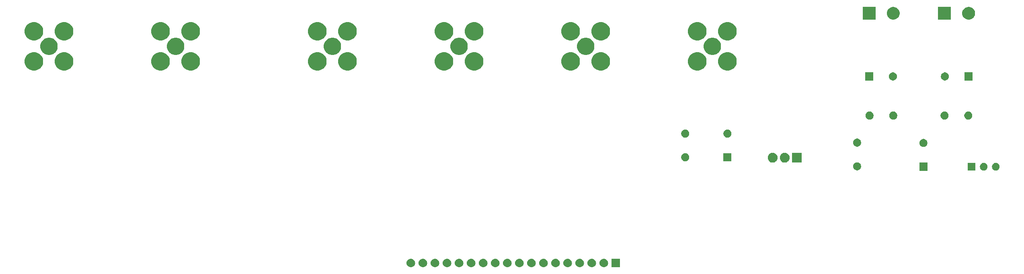
<source format=gbr>
%TF.GenerationSoftware,KiCad,Pcbnew,(5.0.1)-4*%
%TF.CreationDate,2021-03-16T16:24:39+01:00*%
%TF.ProjectId,carte_alim_signauxv2,63617274655F616C696D5F7369676E61,rev?*%
%TF.SameCoordinates,Original*%
%TF.FileFunction,Soldermask,Bot*%
%TF.FilePolarity,Negative*%
%FSLAX46Y46*%
G04 Gerber Fmt 4.6, Leading zero omitted, Abs format (unit mm)*
G04 Created by KiCad (PCBNEW (5.0.1)-4) date 16/03/2021 16:24:39*
%MOMM*%
%LPD*%
G01*
G04 APERTURE LIST*
%ADD10C,0.100000*%
G04 APERTURE END LIST*
D10*
G36*
X188860000Y-106945000D02*
X187060000Y-106945000D01*
X187060000Y-105145000D01*
X188860000Y-105145000D01*
X188860000Y-106945000D01*
X188860000Y-106945000D01*
G37*
G36*
X165276432Y-105158022D02*
X165446081Y-105209485D01*
X165602433Y-105293056D01*
X165739475Y-105405525D01*
X165851944Y-105542567D01*
X165935515Y-105698919D01*
X165986978Y-105868568D01*
X166004354Y-106045000D01*
X165986978Y-106221432D01*
X165935515Y-106391081D01*
X165851944Y-106547433D01*
X165739475Y-106684475D01*
X165602433Y-106796944D01*
X165446081Y-106880515D01*
X165276432Y-106931978D01*
X165144211Y-106945000D01*
X165055789Y-106945000D01*
X164923568Y-106931978D01*
X164753919Y-106880515D01*
X164597567Y-106796944D01*
X164460525Y-106684475D01*
X164348056Y-106547433D01*
X164264485Y-106391081D01*
X164213022Y-106221432D01*
X164195646Y-106045000D01*
X164213022Y-105868568D01*
X164264485Y-105698919D01*
X164348056Y-105542567D01*
X164460525Y-105405525D01*
X164597567Y-105293056D01*
X164753919Y-105209485D01*
X164923568Y-105158022D01*
X165055789Y-105145000D01*
X165144211Y-105145000D01*
X165276432Y-105158022D01*
X165276432Y-105158022D01*
G37*
G36*
X144956432Y-105158022D02*
X145126081Y-105209485D01*
X145282433Y-105293056D01*
X145419475Y-105405525D01*
X145531944Y-105542567D01*
X145615515Y-105698919D01*
X145666978Y-105868568D01*
X145684354Y-106045000D01*
X145666978Y-106221432D01*
X145615515Y-106391081D01*
X145531944Y-106547433D01*
X145419475Y-106684475D01*
X145282433Y-106796944D01*
X145126081Y-106880515D01*
X144956432Y-106931978D01*
X144824211Y-106945000D01*
X144735789Y-106945000D01*
X144603568Y-106931978D01*
X144433919Y-106880515D01*
X144277567Y-106796944D01*
X144140525Y-106684475D01*
X144028056Y-106547433D01*
X143944485Y-106391081D01*
X143893022Y-106221432D01*
X143875646Y-106045000D01*
X143893022Y-105868568D01*
X143944485Y-105698919D01*
X144028056Y-105542567D01*
X144140525Y-105405525D01*
X144277567Y-105293056D01*
X144433919Y-105209485D01*
X144603568Y-105158022D01*
X144735789Y-105145000D01*
X144824211Y-105145000D01*
X144956432Y-105158022D01*
X144956432Y-105158022D01*
G37*
G36*
X147496432Y-105158022D02*
X147666081Y-105209485D01*
X147822433Y-105293056D01*
X147959475Y-105405525D01*
X148071944Y-105542567D01*
X148155515Y-105698919D01*
X148206978Y-105868568D01*
X148224354Y-106045000D01*
X148206978Y-106221432D01*
X148155515Y-106391081D01*
X148071944Y-106547433D01*
X147959475Y-106684475D01*
X147822433Y-106796944D01*
X147666081Y-106880515D01*
X147496432Y-106931978D01*
X147364211Y-106945000D01*
X147275789Y-106945000D01*
X147143568Y-106931978D01*
X146973919Y-106880515D01*
X146817567Y-106796944D01*
X146680525Y-106684475D01*
X146568056Y-106547433D01*
X146484485Y-106391081D01*
X146433022Y-106221432D01*
X146415646Y-106045000D01*
X146433022Y-105868568D01*
X146484485Y-105698919D01*
X146568056Y-105542567D01*
X146680525Y-105405525D01*
X146817567Y-105293056D01*
X146973919Y-105209485D01*
X147143568Y-105158022D01*
X147275789Y-105145000D01*
X147364211Y-105145000D01*
X147496432Y-105158022D01*
X147496432Y-105158022D01*
G37*
G36*
X150036432Y-105158022D02*
X150206081Y-105209485D01*
X150362433Y-105293056D01*
X150499475Y-105405525D01*
X150611944Y-105542567D01*
X150695515Y-105698919D01*
X150746978Y-105868568D01*
X150764354Y-106045000D01*
X150746978Y-106221432D01*
X150695515Y-106391081D01*
X150611944Y-106547433D01*
X150499475Y-106684475D01*
X150362433Y-106796944D01*
X150206081Y-106880515D01*
X150036432Y-106931978D01*
X149904211Y-106945000D01*
X149815789Y-106945000D01*
X149683568Y-106931978D01*
X149513919Y-106880515D01*
X149357567Y-106796944D01*
X149220525Y-106684475D01*
X149108056Y-106547433D01*
X149024485Y-106391081D01*
X148973022Y-106221432D01*
X148955646Y-106045000D01*
X148973022Y-105868568D01*
X149024485Y-105698919D01*
X149108056Y-105542567D01*
X149220525Y-105405525D01*
X149357567Y-105293056D01*
X149513919Y-105209485D01*
X149683568Y-105158022D01*
X149815789Y-105145000D01*
X149904211Y-105145000D01*
X150036432Y-105158022D01*
X150036432Y-105158022D01*
G37*
G36*
X152576432Y-105158022D02*
X152746081Y-105209485D01*
X152902433Y-105293056D01*
X153039475Y-105405525D01*
X153151944Y-105542567D01*
X153235515Y-105698919D01*
X153286978Y-105868568D01*
X153304354Y-106045000D01*
X153286978Y-106221432D01*
X153235515Y-106391081D01*
X153151944Y-106547433D01*
X153039475Y-106684475D01*
X152902433Y-106796944D01*
X152746081Y-106880515D01*
X152576432Y-106931978D01*
X152444211Y-106945000D01*
X152355789Y-106945000D01*
X152223568Y-106931978D01*
X152053919Y-106880515D01*
X151897567Y-106796944D01*
X151760525Y-106684475D01*
X151648056Y-106547433D01*
X151564485Y-106391081D01*
X151513022Y-106221432D01*
X151495646Y-106045000D01*
X151513022Y-105868568D01*
X151564485Y-105698919D01*
X151648056Y-105542567D01*
X151760525Y-105405525D01*
X151897567Y-105293056D01*
X152053919Y-105209485D01*
X152223568Y-105158022D01*
X152355789Y-105145000D01*
X152444211Y-105145000D01*
X152576432Y-105158022D01*
X152576432Y-105158022D01*
G37*
G36*
X155116432Y-105158022D02*
X155286081Y-105209485D01*
X155442433Y-105293056D01*
X155579475Y-105405525D01*
X155691944Y-105542567D01*
X155775515Y-105698919D01*
X155826978Y-105868568D01*
X155844354Y-106045000D01*
X155826978Y-106221432D01*
X155775515Y-106391081D01*
X155691944Y-106547433D01*
X155579475Y-106684475D01*
X155442433Y-106796944D01*
X155286081Y-106880515D01*
X155116432Y-106931978D01*
X154984211Y-106945000D01*
X154895789Y-106945000D01*
X154763568Y-106931978D01*
X154593919Y-106880515D01*
X154437567Y-106796944D01*
X154300525Y-106684475D01*
X154188056Y-106547433D01*
X154104485Y-106391081D01*
X154053022Y-106221432D01*
X154035646Y-106045000D01*
X154053022Y-105868568D01*
X154104485Y-105698919D01*
X154188056Y-105542567D01*
X154300525Y-105405525D01*
X154437567Y-105293056D01*
X154593919Y-105209485D01*
X154763568Y-105158022D01*
X154895789Y-105145000D01*
X154984211Y-105145000D01*
X155116432Y-105158022D01*
X155116432Y-105158022D01*
G37*
G36*
X157656432Y-105158022D02*
X157826081Y-105209485D01*
X157982433Y-105293056D01*
X158119475Y-105405525D01*
X158231944Y-105542567D01*
X158315515Y-105698919D01*
X158366978Y-105868568D01*
X158384354Y-106045000D01*
X158366978Y-106221432D01*
X158315515Y-106391081D01*
X158231944Y-106547433D01*
X158119475Y-106684475D01*
X157982433Y-106796944D01*
X157826081Y-106880515D01*
X157656432Y-106931978D01*
X157524211Y-106945000D01*
X157435789Y-106945000D01*
X157303568Y-106931978D01*
X157133919Y-106880515D01*
X156977567Y-106796944D01*
X156840525Y-106684475D01*
X156728056Y-106547433D01*
X156644485Y-106391081D01*
X156593022Y-106221432D01*
X156575646Y-106045000D01*
X156593022Y-105868568D01*
X156644485Y-105698919D01*
X156728056Y-105542567D01*
X156840525Y-105405525D01*
X156977567Y-105293056D01*
X157133919Y-105209485D01*
X157303568Y-105158022D01*
X157435789Y-105145000D01*
X157524211Y-105145000D01*
X157656432Y-105158022D01*
X157656432Y-105158022D01*
G37*
G36*
X160196432Y-105158022D02*
X160366081Y-105209485D01*
X160522433Y-105293056D01*
X160659475Y-105405525D01*
X160771944Y-105542567D01*
X160855515Y-105698919D01*
X160906978Y-105868568D01*
X160924354Y-106045000D01*
X160906978Y-106221432D01*
X160855515Y-106391081D01*
X160771944Y-106547433D01*
X160659475Y-106684475D01*
X160522433Y-106796944D01*
X160366081Y-106880515D01*
X160196432Y-106931978D01*
X160064211Y-106945000D01*
X159975789Y-106945000D01*
X159843568Y-106931978D01*
X159673919Y-106880515D01*
X159517567Y-106796944D01*
X159380525Y-106684475D01*
X159268056Y-106547433D01*
X159184485Y-106391081D01*
X159133022Y-106221432D01*
X159115646Y-106045000D01*
X159133022Y-105868568D01*
X159184485Y-105698919D01*
X159268056Y-105542567D01*
X159380525Y-105405525D01*
X159517567Y-105293056D01*
X159673919Y-105209485D01*
X159843568Y-105158022D01*
X159975789Y-105145000D01*
X160064211Y-105145000D01*
X160196432Y-105158022D01*
X160196432Y-105158022D01*
G37*
G36*
X162736432Y-105158022D02*
X162906081Y-105209485D01*
X163062433Y-105293056D01*
X163199475Y-105405525D01*
X163311944Y-105542567D01*
X163395515Y-105698919D01*
X163446978Y-105868568D01*
X163464354Y-106045000D01*
X163446978Y-106221432D01*
X163395515Y-106391081D01*
X163311944Y-106547433D01*
X163199475Y-106684475D01*
X163062433Y-106796944D01*
X162906081Y-106880515D01*
X162736432Y-106931978D01*
X162604211Y-106945000D01*
X162515789Y-106945000D01*
X162383568Y-106931978D01*
X162213919Y-106880515D01*
X162057567Y-106796944D01*
X161920525Y-106684475D01*
X161808056Y-106547433D01*
X161724485Y-106391081D01*
X161673022Y-106221432D01*
X161655646Y-106045000D01*
X161673022Y-105868568D01*
X161724485Y-105698919D01*
X161808056Y-105542567D01*
X161920525Y-105405525D01*
X162057567Y-105293056D01*
X162213919Y-105209485D01*
X162383568Y-105158022D01*
X162515789Y-105145000D01*
X162604211Y-105145000D01*
X162736432Y-105158022D01*
X162736432Y-105158022D01*
G37*
G36*
X170356432Y-105158022D02*
X170526081Y-105209485D01*
X170682433Y-105293056D01*
X170819475Y-105405525D01*
X170931944Y-105542567D01*
X171015515Y-105698919D01*
X171066978Y-105868568D01*
X171084354Y-106045000D01*
X171066978Y-106221432D01*
X171015515Y-106391081D01*
X170931944Y-106547433D01*
X170819475Y-106684475D01*
X170682433Y-106796944D01*
X170526081Y-106880515D01*
X170356432Y-106931978D01*
X170224211Y-106945000D01*
X170135789Y-106945000D01*
X170003568Y-106931978D01*
X169833919Y-106880515D01*
X169677567Y-106796944D01*
X169540525Y-106684475D01*
X169428056Y-106547433D01*
X169344485Y-106391081D01*
X169293022Y-106221432D01*
X169275646Y-106045000D01*
X169293022Y-105868568D01*
X169344485Y-105698919D01*
X169428056Y-105542567D01*
X169540525Y-105405525D01*
X169677567Y-105293056D01*
X169833919Y-105209485D01*
X170003568Y-105158022D01*
X170135789Y-105145000D01*
X170224211Y-105145000D01*
X170356432Y-105158022D01*
X170356432Y-105158022D01*
G37*
G36*
X172896432Y-105158022D02*
X173066081Y-105209485D01*
X173222433Y-105293056D01*
X173359475Y-105405525D01*
X173471944Y-105542567D01*
X173555515Y-105698919D01*
X173606978Y-105868568D01*
X173624354Y-106045000D01*
X173606978Y-106221432D01*
X173555515Y-106391081D01*
X173471944Y-106547433D01*
X173359475Y-106684475D01*
X173222433Y-106796944D01*
X173066081Y-106880515D01*
X172896432Y-106931978D01*
X172764211Y-106945000D01*
X172675789Y-106945000D01*
X172543568Y-106931978D01*
X172373919Y-106880515D01*
X172217567Y-106796944D01*
X172080525Y-106684475D01*
X171968056Y-106547433D01*
X171884485Y-106391081D01*
X171833022Y-106221432D01*
X171815646Y-106045000D01*
X171833022Y-105868568D01*
X171884485Y-105698919D01*
X171968056Y-105542567D01*
X172080525Y-105405525D01*
X172217567Y-105293056D01*
X172373919Y-105209485D01*
X172543568Y-105158022D01*
X172675789Y-105145000D01*
X172764211Y-105145000D01*
X172896432Y-105158022D01*
X172896432Y-105158022D01*
G37*
G36*
X175436432Y-105158022D02*
X175606081Y-105209485D01*
X175762433Y-105293056D01*
X175899475Y-105405525D01*
X176011944Y-105542567D01*
X176095515Y-105698919D01*
X176146978Y-105868568D01*
X176164354Y-106045000D01*
X176146978Y-106221432D01*
X176095515Y-106391081D01*
X176011944Y-106547433D01*
X175899475Y-106684475D01*
X175762433Y-106796944D01*
X175606081Y-106880515D01*
X175436432Y-106931978D01*
X175304211Y-106945000D01*
X175215789Y-106945000D01*
X175083568Y-106931978D01*
X174913919Y-106880515D01*
X174757567Y-106796944D01*
X174620525Y-106684475D01*
X174508056Y-106547433D01*
X174424485Y-106391081D01*
X174373022Y-106221432D01*
X174355646Y-106045000D01*
X174373022Y-105868568D01*
X174424485Y-105698919D01*
X174508056Y-105542567D01*
X174620525Y-105405525D01*
X174757567Y-105293056D01*
X174913919Y-105209485D01*
X175083568Y-105158022D01*
X175215789Y-105145000D01*
X175304211Y-105145000D01*
X175436432Y-105158022D01*
X175436432Y-105158022D01*
G37*
G36*
X177976432Y-105158022D02*
X178146081Y-105209485D01*
X178302433Y-105293056D01*
X178439475Y-105405525D01*
X178551944Y-105542567D01*
X178635515Y-105698919D01*
X178686978Y-105868568D01*
X178704354Y-106045000D01*
X178686978Y-106221432D01*
X178635515Y-106391081D01*
X178551944Y-106547433D01*
X178439475Y-106684475D01*
X178302433Y-106796944D01*
X178146081Y-106880515D01*
X177976432Y-106931978D01*
X177844211Y-106945000D01*
X177755789Y-106945000D01*
X177623568Y-106931978D01*
X177453919Y-106880515D01*
X177297567Y-106796944D01*
X177160525Y-106684475D01*
X177048056Y-106547433D01*
X176964485Y-106391081D01*
X176913022Y-106221432D01*
X176895646Y-106045000D01*
X176913022Y-105868568D01*
X176964485Y-105698919D01*
X177048056Y-105542567D01*
X177160525Y-105405525D01*
X177297567Y-105293056D01*
X177453919Y-105209485D01*
X177623568Y-105158022D01*
X177755789Y-105145000D01*
X177844211Y-105145000D01*
X177976432Y-105158022D01*
X177976432Y-105158022D01*
G37*
G36*
X180516432Y-105158022D02*
X180686081Y-105209485D01*
X180842433Y-105293056D01*
X180979475Y-105405525D01*
X181091944Y-105542567D01*
X181175515Y-105698919D01*
X181226978Y-105868568D01*
X181244354Y-106045000D01*
X181226978Y-106221432D01*
X181175515Y-106391081D01*
X181091944Y-106547433D01*
X180979475Y-106684475D01*
X180842433Y-106796944D01*
X180686081Y-106880515D01*
X180516432Y-106931978D01*
X180384211Y-106945000D01*
X180295789Y-106945000D01*
X180163568Y-106931978D01*
X179993919Y-106880515D01*
X179837567Y-106796944D01*
X179700525Y-106684475D01*
X179588056Y-106547433D01*
X179504485Y-106391081D01*
X179453022Y-106221432D01*
X179435646Y-106045000D01*
X179453022Y-105868568D01*
X179504485Y-105698919D01*
X179588056Y-105542567D01*
X179700525Y-105405525D01*
X179837567Y-105293056D01*
X179993919Y-105209485D01*
X180163568Y-105158022D01*
X180295789Y-105145000D01*
X180384211Y-105145000D01*
X180516432Y-105158022D01*
X180516432Y-105158022D01*
G37*
G36*
X183056432Y-105158022D02*
X183226081Y-105209485D01*
X183382433Y-105293056D01*
X183519475Y-105405525D01*
X183631944Y-105542567D01*
X183715515Y-105698919D01*
X183766978Y-105868568D01*
X183784354Y-106045000D01*
X183766978Y-106221432D01*
X183715515Y-106391081D01*
X183631944Y-106547433D01*
X183519475Y-106684475D01*
X183382433Y-106796944D01*
X183226081Y-106880515D01*
X183056432Y-106931978D01*
X182924211Y-106945000D01*
X182835789Y-106945000D01*
X182703568Y-106931978D01*
X182533919Y-106880515D01*
X182377567Y-106796944D01*
X182240525Y-106684475D01*
X182128056Y-106547433D01*
X182044485Y-106391081D01*
X181993022Y-106221432D01*
X181975646Y-106045000D01*
X181993022Y-105868568D01*
X182044485Y-105698919D01*
X182128056Y-105542567D01*
X182240525Y-105405525D01*
X182377567Y-105293056D01*
X182533919Y-105209485D01*
X182703568Y-105158022D01*
X182835789Y-105145000D01*
X182924211Y-105145000D01*
X183056432Y-105158022D01*
X183056432Y-105158022D01*
G37*
G36*
X185596432Y-105158022D02*
X185766081Y-105209485D01*
X185922433Y-105293056D01*
X186059475Y-105405525D01*
X186171944Y-105542567D01*
X186255515Y-105698919D01*
X186306978Y-105868568D01*
X186324354Y-106045000D01*
X186306978Y-106221432D01*
X186255515Y-106391081D01*
X186171944Y-106547433D01*
X186059475Y-106684475D01*
X185922433Y-106796944D01*
X185766081Y-106880515D01*
X185596432Y-106931978D01*
X185464211Y-106945000D01*
X185375789Y-106945000D01*
X185243568Y-106931978D01*
X185073919Y-106880515D01*
X184917567Y-106796944D01*
X184780525Y-106684475D01*
X184668056Y-106547433D01*
X184584485Y-106391081D01*
X184533022Y-106221432D01*
X184515646Y-106045000D01*
X184533022Y-105868568D01*
X184584485Y-105698919D01*
X184668056Y-105542567D01*
X184780525Y-105405525D01*
X184917567Y-105293056D01*
X185073919Y-105209485D01*
X185243568Y-105158022D01*
X185375789Y-105145000D01*
X185464211Y-105145000D01*
X185596432Y-105158022D01*
X185596432Y-105158022D01*
G37*
G36*
X167816432Y-105158022D02*
X167986081Y-105209485D01*
X168142433Y-105293056D01*
X168279475Y-105405525D01*
X168391944Y-105542567D01*
X168475515Y-105698919D01*
X168526978Y-105868568D01*
X168544354Y-106045000D01*
X168526978Y-106221432D01*
X168475515Y-106391081D01*
X168391944Y-106547433D01*
X168279475Y-106684475D01*
X168142433Y-106796944D01*
X167986081Y-106880515D01*
X167816432Y-106931978D01*
X167684211Y-106945000D01*
X167595789Y-106945000D01*
X167463568Y-106931978D01*
X167293919Y-106880515D01*
X167137567Y-106796944D01*
X167000525Y-106684475D01*
X166888056Y-106547433D01*
X166804485Y-106391081D01*
X166753022Y-106221432D01*
X166735646Y-106045000D01*
X166753022Y-105868568D01*
X166804485Y-105698919D01*
X166888056Y-105542567D01*
X167000525Y-105405525D01*
X167137567Y-105293056D01*
X167293919Y-105209485D01*
X167463568Y-105158022D01*
X167595789Y-105145000D01*
X167684211Y-105145000D01*
X167816432Y-105158022D01*
X167816432Y-105158022D01*
G37*
G36*
X253580000Y-86575000D02*
X251880000Y-86575000D01*
X251880000Y-84875000D01*
X253580000Y-84875000D01*
X253580000Y-86575000D01*
X253580000Y-86575000D01*
G37*
G36*
X265663352Y-84955743D02*
X265808941Y-85016048D01*
X265939973Y-85103601D01*
X266051399Y-85215027D01*
X266138952Y-85346059D01*
X266199257Y-85491648D01*
X266230000Y-85646205D01*
X266230000Y-85803795D01*
X266199257Y-85958352D01*
X266138952Y-86103941D01*
X266051399Y-86234973D01*
X265939973Y-86346399D01*
X265808941Y-86433952D01*
X265663352Y-86494257D01*
X265508795Y-86525000D01*
X265351205Y-86525000D01*
X265196648Y-86494257D01*
X265051059Y-86433952D01*
X264920027Y-86346399D01*
X264808601Y-86234973D01*
X264721048Y-86103941D01*
X264660743Y-85958352D01*
X264630000Y-85803795D01*
X264630000Y-85646205D01*
X264660743Y-85491648D01*
X264721048Y-85346059D01*
X264808601Y-85215027D01*
X264920027Y-85103601D01*
X265051059Y-85016048D01*
X265196648Y-84955743D01*
X265351205Y-84925000D01*
X265508795Y-84925000D01*
X265663352Y-84955743D01*
X265663352Y-84955743D01*
G37*
G36*
X268203352Y-84955743D02*
X268348941Y-85016048D01*
X268479973Y-85103601D01*
X268591399Y-85215027D01*
X268678952Y-85346059D01*
X268739257Y-85491648D01*
X268770000Y-85646205D01*
X268770000Y-85803795D01*
X268739257Y-85958352D01*
X268678952Y-86103941D01*
X268591399Y-86234973D01*
X268479973Y-86346399D01*
X268348941Y-86433952D01*
X268203352Y-86494257D01*
X268048795Y-86525000D01*
X267891205Y-86525000D01*
X267736648Y-86494257D01*
X267591059Y-86433952D01*
X267460027Y-86346399D01*
X267348601Y-86234973D01*
X267261048Y-86103941D01*
X267200743Y-85958352D01*
X267170000Y-85803795D01*
X267170000Y-85646205D01*
X267200743Y-85491648D01*
X267261048Y-85346059D01*
X267348601Y-85215027D01*
X267460027Y-85103601D01*
X267591059Y-85016048D01*
X267736648Y-84955743D01*
X267891205Y-84925000D01*
X268048795Y-84925000D01*
X268203352Y-84955743D01*
X268203352Y-84955743D01*
G37*
G36*
X263690000Y-86525000D02*
X262090000Y-86525000D01*
X262090000Y-84925000D01*
X263690000Y-84925000D01*
X263690000Y-86525000D01*
X263690000Y-86525000D01*
G37*
G36*
X239007934Y-84827664D02*
X239162627Y-84891740D01*
X239301847Y-84984764D01*
X239420236Y-85103153D01*
X239513260Y-85242373D01*
X239577336Y-85397066D01*
X239610000Y-85561281D01*
X239610000Y-85728719D01*
X239577336Y-85892934D01*
X239513260Y-86047627D01*
X239420236Y-86186847D01*
X239301847Y-86305236D01*
X239162627Y-86398260D01*
X239007934Y-86462336D01*
X238843719Y-86495000D01*
X238676281Y-86495000D01*
X238512066Y-86462336D01*
X238357373Y-86398260D01*
X238218153Y-86305236D01*
X238099764Y-86186847D01*
X238006740Y-86047627D01*
X237942664Y-85892934D01*
X237910000Y-85728719D01*
X237910000Y-85561281D01*
X237942664Y-85397066D01*
X238006740Y-85242373D01*
X238099764Y-85103153D01*
X238218153Y-84984764D01*
X238357373Y-84891740D01*
X238512066Y-84827664D01*
X238676281Y-84795000D01*
X238843719Y-84795000D01*
X239007934Y-84827664D01*
X239007934Y-84827664D01*
G37*
G36*
X223716526Y-82784505D02*
X223905496Y-82841829D01*
X224079654Y-82934918D01*
X224232304Y-83060196D01*
X224357582Y-83212846D01*
X224450671Y-83387005D01*
X224507995Y-83575975D01*
X224522500Y-83723254D01*
X224522500Y-83916747D01*
X224507995Y-84064026D01*
X224450671Y-84252996D01*
X224357582Y-84427154D01*
X224232304Y-84579804D01*
X224079654Y-84705082D01*
X223905495Y-84798171D01*
X223716525Y-84855495D01*
X223520000Y-84874850D01*
X223323474Y-84855495D01*
X223134504Y-84798171D01*
X222960346Y-84705082D01*
X222807696Y-84579804D01*
X222682418Y-84427154D01*
X222589329Y-84252995D01*
X222532005Y-84064025D01*
X222517500Y-83916746D01*
X222517500Y-83723253D01*
X222532005Y-83575974D01*
X222589329Y-83387004D01*
X222682418Y-83212846D01*
X222807696Y-83060196D01*
X222960347Y-82934918D01*
X223134505Y-82841829D01*
X223323475Y-82784505D01*
X223520000Y-82765150D01*
X223716526Y-82784505D01*
X223716526Y-82784505D01*
G37*
G36*
X221176526Y-82784505D02*
X221365496Y-82841829D01*
X221539654Y-82934918D01*
X221692304Y-83060196D01*
X221817582Y-83212846D01*
X221910671Y-83387005D01*
X221967995Y-83575975D01*
X221982500Y-83723254D01*
X221982500Y-83916747D01*
X221967995Y-84064026D01*
X221910671Y-84252996D01*
X221817582Y-84427154D01*
X221692304Y-84579804D01*
X221539654Y-84705082D01*
X221365495Y-84798171D01*
X221176525Y-84855495D01*
X220980000Y-84874850D01*
X220783474Y-84855495D01*
X220594504Y-84798171D01*
X220420346Y-84705082D01*
X220267696Y-84579804D01*
X220142418Y-84427154D01*
X220049329Y-84252995D01*
X219992005Y-84064025D01*
X219977500Y-83916746D01*
X219977500Y-83723253D01*
X219992005Y-83575974D01*
X220049329Y-83387004D01*
X220142418Y-83212846D01*
X220267696Y-83060196D01*
X220420347Y-82934918D01*
X220594505Y-82841829D01*
X220783475Y-82784505D01*
X220980000Y-82765150D01*
X221176526Y-82784505D01*
X221176526Y-82784505D01*
G37*
G36*
X227062500Y-84870000D02*
X225057500Y-84870000D01*
X225057500Y-82770000D01*
X227062500Y-82770000D01*
X227062500Y-84870000D01*
X227062500Y-84870000D01*
G37*
G36*
X202812934Y-82922664D02*
X202967627Y-82986740D01*
X203106847Y-83079764D01*
X203225236Y-83198153D01*
X203318260Y-83337373D01*
X203382336Y-83492066D01*
X203415000Y-83656281D01*
X203415000Y-83823719D01*
X203382336Y-83987934D01*
X203318260Y-84142627D01*
X203225236Y-84281847D01*
X203106847Y-84400236D01*
X202967627Y-84493260D01*
X202812934Y-84557336D01*
X202648719Y-84590000D01*
X202481281Y-84590000D01*
X202317066Y-84557336D01*
X202162373Y-84493260D01*
X202023153Y-84400236D01*
X201904764Y-84281847D01*
X201811740Y-84142627D01*
X201747664Y-83987934D01*
X201715000Y-83823719D01*
X201715000Y-83656281D01*
X201747664Y-83492066D01*
X201811740Y-83337373D01*
X201904764Y-83198153D01*
X202023153Y-83079764D01*
X202162373Y-82986740D01*
X202317066Y-82922664D01*
X202481281Y-82890000D01*
X202648719Y-82890000D01*
X202812934Y-82922664D01*
X202812934Y-82922664D01*
G37*
G36*
X212305000Y-84590000D02*
X210605000Y-84590000D01*
X210605000Y-82890000D01*
X212305000Y-82890000D01*
X212305000Y-84590000D01*
X212305000Y-84590000D01*
G37*
G36*
X252977934Y-79907664D02*
X253132627Y-79971740D01*
X253271847Y-80064764D01*
X253390236Y-80183153D01*
X253483260Y-80322373D01*
X253547336Y-80477066D01*
X253580000Y-80641281D01*
X253580000Y-80808719D01*
X253547336Y-80972934D01*
X253483260Y-81127627D01*
X253390236Y-81266847D01*
X253271847Y-81385236D01*
X253132627Y-81478260D01*
X252977934Y-81542336D01*
X252813719Y-81575000D01*
X252646281Y-81575000D01*
X252482066Y-81542336D01*
X252327373Y-81478260D01*
X252188153Y-81385236D01*
X252069764Y-81266847D01*
X251976740Y-81127627D01*
X251912664Y-80972934D01*
X251880000Y-80808719D01*
X251880000Y-80641281D01*
X251912664Y-80477066D01*
X251976740Y-80322373D01*
X252069764Y-80183153D01*
X252188153Y-80064764D01*
X252327373Y-79971740D01*
X252482066Y-79907664D01*
X252646281Y-79875000D01*
X252813719Y-79875000D01*
X252977934Y-79907664D01*
X252977934Y-79907664D01*
G37*
G36*
X239007934Y-79827664D02*
X239162627Y-79891740D01*
X239301847Y-79984764D01*
X239420236Y-80103153D01*
X239513260Y-80242373D01*
X239577336Y-80397066D01*
X239610000Y-80561281D01*
X239610000Y-80728719D01*
X239577336Y-80892934D01*
X239513260Y-81047627D01*
X239420236Y-81186847D01*
X239301847Y-81305236D01*
X239162627Y-81398260D01*
X239007934Y-81462336D01*
X238843719Y-81495000D01*
X238676281Y-81495000D01*
X238512066Y-81462336D01*
X238357373Y-81398260D01*
X238218153Y-81305236D01*
X238099764Y-81186847D01*
X238006740Y-81047627D01*
X237942664Y-80892934D01*
X237910000Y-80728719D01*
X237910000Y-80561281D01*
X237942664Y-80397066D01*
X238006740Y-80242373D01*
X238099764Y-80103153D01*
X238218153Y-79984764D01*
X238357373Y-79891740D01*
X238512066Y-79827664D01*
X238676281Y-79795000D01*
X238843719Y-79795000D01*
X239007934Y-79827664D01*
X239007934Y-79827664D01*
G37*
G36*
X211702934Y-77922664D02*
X211857627Y-77986740D01*
X211996847Y-78079764D01*
X212115236Y-78198153D01*
X212208260Y-78337373D01*
X212272336Y-78492066D01*
X212305000Y-78656281D01*
X212305000Y-78823719D01*
X212272336Y-78987934D01*
X212208260Y-79142627D01*
X212115236Y-79281847D01*
X211996847Y-79400236D01*
X211857627Y-79493260D01*
X211702934Y-79557336D01*
X211538719Y-79590000D01*
X211371281Y-79590000D01*
X211207066Y-79557336D01*
X211052373Y-79493260D01*
X210913153Y-79400236D01*
X210794764Y-79281847D01*
X210701740Y-79142627D01*
X210637664Y-78987934D01*
X210605000Y-78823719D01*
X210605000Y-78656281D01*
X210637664Y-78492066D01*
X210701740Y-78337373D01*
X210794764Y-78198153D01*
X210913153Y-78079764D01*
X211052373Y-77986740D01*
X211207066Y-77922664D01*
X211371281Y-77890000D01*
X211538719Y-77890000D01*
X211702934Y-77922664D01*
X211702934Y-77922664D01*
G37*
G36*
X202812934Y-77922664D02*
X202967627Y-77986740D01*
X203106847Y-78079764D01*
X203225236Y-78198153D01*
X203318260Y-78337373D01*
X203382336Y-78492066D01*
X203415000Y-78656281D01*
X203415000Y-78823719D01*
X203382336Y-78987934D01*
X203318260Y-79142627D01*
X203225236Y-79281847D01*
X203106847Y-79400236D01*
X202967627Y-79493260D01*
X202812934Y-79557336D01*
X202648719Y-79590000D01*
X202481281Y-79590000D01*
X202317066Y-79557336D01*
X202162373Y-79493260D01*
X202023153Y-79400236D01*
X201904764Y-79281847D01*
X201811740Y-79142627D01*
X201747664Y-78987934D01*
X201715000Y-78823719D01*
X201715000Y-78656281D01*
X201747664Y-78492066D01*
X201811740Y-78337373D01*
X201904764Y-78198153D01*
X202023153Y-78079764D01*
X202162373Y-77986740D01*
X202317066Y-77922664D01*
X202481281Y-77890000D01*
X202648719Y-77890000D01*
X202812934Y-77922664D01*
X202812934Y-77922664D01*
G37*
G36*
X257422934Y-74112664D02*
X257577627Y-74176740D01*
X257716847Y-74269764D01*
X257835236Y-74388153D01*
X257928260Y-74527373D01*
X257992336Y-74682066D01*
X258025000Y-74846281D01*
X258025000Y-75013719D01*
X257992336Y-75177934D01*
X257928260Y-75332627D01*
X257835236Y-75471847D01*
X257716847Y-75590236D01*
X257577627Y-75683260D01*
X257422934Y-75747336D01*
X257258719Y-75780000D01*
X257091281Y-75780000D01*
X256927066Y-75747336D01*
X256772373Y-75683260D01*
X256633153Y-75590236D01*
X256514764Y-75471847D01*
X256421740Y-75332627D01*
X256357664Y-75177934D01*
X256325000Y-75013719D01*
X256325000Y-74846281D01*
X256357664Y-74682066D01*
X256421740Y-74527373D01*
X256514764Y-74388153D01*
X256633153Y-74269764D01*
X256772373Y-74176740D01*
X256927066Y-74112664D01*
X257091281Y-74080000D01*
X257258719Y-74080000D01*
X257422934Y-74112664D01*
X257422934Y-74112664D01*
G37*
G36*
X246627934Y-74112664D02*
X246782627Y-74176740D01*
X246921847Y-74269764D01*
X247040236Y-74388153D01*
X247133260Y-74527373D01*
X247197336Y-74682066D01*
X247230000Y-74846281D01*
X247230000Y-75013719D01*
X247197336Y-75177934D01*
X247133260Y-75332627D01*
X247040236Y-75471847D01*
X246921847Y-75590236D01*
X246782627Y-75683260D01*
X246627934Y-75747336D01*
X246463719Y-75780000D01*
X246296281Y-75780000D01*
X246132066Y-75747336D01*
X245977373Y-75683260D01*
X245838153Y-75590236D01*
X245719764Y-75471847D01*
X245626740Y-75332627D01*
X245562664Y-75177934D01*
X245530000Y-75013719D01*
X245530000Y-74846281D01*
X245562664Y-74682066D01*
X245626740Y-74527373D01*
X245719764Y-74388153D01*
X245838153Y-74269764D01*
X245977373Y-74176740D01*
X246132066Y-74112664D01*
X246296281Y-74080000D01*
X246463719Y-74080000D01*
X246627934Y-74112664D01*
X246627934Y-74112664D01*
G37*
G36*
X241627934Y-74112664D02*
X241782627Y-74176740D01*
X241921847Y-74269764D01*
X242040236Y-74388153D01*
X242133260Y-74527373D01*
X242197336Y-74682066D01*
X242230000Y-74846281D01*
X242230000Y-75013719D01*
X242197336Y-75177934D01*
X242133260Y-75332627D01*
X242040236Y-75471847D01*
X241921847Y-75590236D01*
X241782627Y-75683260D01*
X241627934Y-75747336D01*
X241463719Y-75780000D01*
X241296281Y-75780000D01*
X241132066Y-75747336D01*
X240977373Y-75683260D01*
X240838153Y-75590236D01*
X240719764Y-75471847D01*
X240626740Y-75332627D01*
X240562664Y-75177934D01*
X240530000Y-75013719D01*
X240530000Y-74846281D01*
X240562664Y-74682066D01*
X240626740Y-74527373D01*
X240719764Y-74388153D01*
X240838153Y-74269764D01*
X240977373Y-74176740D01*
X241132066Y-74112664D01*
X241296281Y-74080000D01*
X241463719Y-74080000D01*
X241627934Y-74112664D01*
X241627934Y-74112664D01*
G37*
G36*
X262422934Y-74112664D02*
X262577627Y-74176740D01*
X262716847Y-74269764D01*
X262835236Y-74388153D01*
X262928260Y-74527373D01*
X262992336Y-74682066D01*
X263025000Y-74846281D01*
X263025000Y-75013719D01*
X262992336Y-75177934D01*
X262928260Y-75332627D01*
X262835236Y-75471847D01*
X262716847Y-75590236D01*
X262577627Y-75683260D01*
X262422934Y-75747336D01*
X262258719Y-75780000D01*
X262091281Y-75780000D01*
X261927066Y-75747336D01*
X261772373Y-75683260D01*
X261633153Y-75590236D01*
X261514764Y-75471847D01*
X261421740Y-75332627D01*
X261357664Y-75177934D01*
X261325000Y-75013719D01*
X261325000Y-74846281D01*
X261357664Y-74682066D01*
X261421740Y-74527373D01*
X261514764Y-74388153D01*
X261633153Y-74269764D01*
X261772373Y-74176740D01*
X261927066Y-74112664D01*
X262091281Y-74080000D01*
X262258719Y-74080000D01*
X262422934Y-74112664D01*
X262422934Y-74112664D01*
G37*
G36*
X246547934Y-65857664D02*
X246702627Y-65921740D01*
X246841847Y-66014764D01*
X246960236Y-66133153D01*
X247053260Y-66272373D01*
X247117336Y-66427066D01*
X247150000Y-66591281D01*
X247150000Y-66758719D01*
X247117336Y-66922934D01*
X247053260Y-67077627D01*
X246960236Y-67216847D01*
X246841847Y-67335236D01*
X246702627Y-67428260D01*
X246547934Y-67492336D01*
X246383719Y-67525000D01*
X246216281Y-67525000D01*
X246052066Y-67492336D01*
X245897373Y-67428260D01*
X245758153Y-67335236D01*
X245639764Y-67216847D01*
X245546740Y-67077627D01*
X245482664Y-66922934D01*
X245450000Y-66758719D01*
X245450000Y-66591281D01*
X245482664Y-66427066D01*
X245546740Y-66272373D01*
X245639764Y-66133153D01*
X245758153Y-66014764D01*
X245897373Y-65921740D01*
X246052066Y-65857664D01*
X246216281Y-65825000D01*
X246383719Y-65825000D01*
X246547934Y-65857664D01*
X246547934Y-65857664D01*
G37*
G36*
X263105000Y-67525000D02*
X261405000Y-67525000D01*
X261405000Y-65825000D01*
X263105000Y-65825000D01*
X263105000Y-67525000D01*
X263105000Y-67525000D01*
G37*
G36*
X257502934Y-65857664D02*
X257657627Y-65921740D01*
X257796847Y-66014764D01*
X257915236Y-66133153D01*
X258008260Y-66272373D01*
X258072336Y-66427066D01*
X258105000Y-66591281D01*
X258105000Y-66758719D01*
X258072336Y-66922934D01*
X258008260Y-67077627D01*
X257915236Y-67216847D01*
X257796847Y-67335236D01*
X257657627Y-67428260D01*
X257502934Y-67492336D01*
X257338719Y-67525000D01*
X257171281Y-67525000D01*
X257007066Y-67492336D01*
X256852373Y-67428260D01*
X256713153Y-67335236D01*
X256594764Y-67216847D01*
X256501740Y-67077627D01*
X256437664Y-66922934D01*
X256405000Y-66758719D01*
X256405000Y-66591281D01*
X256437664Y-66427066D01*
X256501740Y-66272373D01*
X256594764Y-66133153D01*
X256713153Y-66014764D01*
X256852373Y-65921740D01*
X257007066Y-65857664D01*
X257171281Y-65825000D01*
X257338719Y-65825000D01*
X257502934Y-65857664D01*
X257502934Y-65857664D01*
G37*
G36*
X242150000Y-67525000D02*
X240450000Y-67525000D01*
X240450000Y-65825000D01*
X242150000Y-65825000D01*
X242150000Y-67525000D01*
X242150000Y-67525000D01*
G37*
G36*
X152335250Y-61620129D02*
X152691040Y-61767502D01*
X153011243Y-61981455D01*
X153283545Y-62253757D01*
X153497498Y-62573960D01*
X153644871Y-62929750D01*
X153720000Y-63307448D01*
X153720000Y-63692552D01*
X153644871Y-64070250D01*
X153497498Y-64426040D01*
X153283545Y-64746243D01*
X153011243Y-65018545D01*
X152691040Y-65232498D01*
X152335250Y-65379871D01*
X151957552Y-65455000D01*
X151572448Y-65455000D01*
X151194750Y-65379871D01*
X150838960Y-65232498D01*
X150518757Y-65018545D01*
X150246455Y-64746243D01*
X150032502Y-64426040D01*
X149885129Y-64070250D01*
X149810000Y-63692552D01*
X149810000Y-63307448D01*
X149885129Y-62929750D01*
X150032502Y-62573960D01*
X150246455Y-62253757D01*
X150518757Y-61981455D01*
X150838960Y-61767502D01*
X151194750Y-61620129D01*
X151572448Y-61545000D01*
X151957552Y-61545000D01*
X152335250Y-61620129D01*
X152335250Y-61620129D01*
G37*
G36*
X212025250Y-61620129D02*
X212381040Y-61767502D01*
X212701243Y-61981455D01*
X212973545Y-62253757D01*
X213187498Y-62573960D01*
X213334871Y-62929750D01*
X213410000Y-63307448D01*
X213410000Y-63692552D01*
X213334871Y-64070250D01*
X213187498Y-64426040D01*
X212973545Y-64746243D01*
X212701243Y-65018545D01*
X212381040Y-65232498D01*
X212025250Y-65379871D01*
X211647552Y-65455000D01*
X211262448Y-65455000D01*
X210884750Y-65379871D01*
X210528960Y-65232498D01*
X210208757Y-65018545D01*
X209936455Y-64746243D01*
X209722502Y-64426040D01*
X209575129Y-64070250D01*
X209500000Y-63692552D01*
X209500000Y-63307448D01*
X209575129Y-62929750D01*
X209722502Y-62573960D01*
X209936455Y-62253757D01*
X210208757Y-61981455D01*
X210528960Y-61767502D01*
X210884750Y-61620129D01*
X211262448Y-61545000D01*
X211647552Y-61545000D01*
X212025250Y-61620129D01*
X212025250Y-61620129D01*
G37*
G36*
X205675250Y-61620129D02*
X206031040Y-61767502D01*
X206351243Y-61981455D01*
X206623545Y-62253757D01*
X206837498Y-62573960D01*
X206984871Y-62929750D01*
X207060000Y-63307448D01*
X207060000Y-63692552D01*
X206984871Y-64070250D01*
X206837498Y-64426040D01*
X206623545Y-64746243D01*
X206351243Y-65018545D01*
X206031040Y-65232498D01*
X205675250Y-65379871D01*
X205297552Y-65455000D01*
X204912448Y-65455000D01*
X204534750Y-65379871D01*
X204178960Y-65232498D01*
X203858757Y-65018545D01*
X203586455Y-64746243D01*
X203372502Y-64426040D01*
X203225129Y-64070250D01*
X203150000Y-63692552D01*
X203150000Y-63307448D01*
X203225129Y-62929750D01*
X203372502Y-62573960D01*
X203586455Y-62253757D01*
X203858757Y-61981455D01*
X204178960Y-61767502D01*
X204534750Y-61620129D01*
X204912448Y-61545000D01*
X205297552Y-61545000D01*
X205675250Y-61620129D01*
X205675250Y-61620129D01*
G37*
G36*
X125665250Y-61620129D02*
X126021040Y-61767502D01*
X126341243Y-61981455D01*
X126613545Y-62253757D01*
X126827498Y-62573960D01*
X126974871Y-62929750D01*
X127050000Y-63307448D01*
X127050000Y-63692552D01*
X126974871Y-64070250D01*
X126827498Y-64426040D01*
X126613545Y-64746243D01*
X126341243Y-65018545D01*
X126021040Y-65232498D01*
X125665250Y-65379871D01*
X125287552Y-65455000D01*
X124902448Y-65455000D01*
X124524750Y-65379871D01*
X124168960Y-65232498D01*
X123848757Y-65018545D01*
X123576455Y-64746243D01*
X123362502Y-64426040D01*
X123215129Y-64070250D01*
X123140000Y-63692552D01*
X123140000Y-63307448D01*
X123215129Y-62929750D01*
X123362502Y-62573960D01*
X123576455Y-62253757D01*
X123848757Y-61981455D01*
X124168960Y-61767502D01*
X124524750Y-61620129D01*
X124902448Y-61545000D01*
X125287552Y-61545000D01*
X125665250Y-61620129D01*
X125665250Y-61620129D01*
G37*
G36*
X132015250Y-61620129D02*
X132371040Y-61767502D01*
X132691243Y-61981455D01*
X132963545Y-62253757D01*
X133177498Y-62573960D01*
X133324871Y-62929750D01*
X133400000Y-63307448D01*
X133400000Y-63692552D01*
X133324871Y-64070250D01*
X133177498Y-64426040D01*
X132963545Y-64746243D01*
X132691243Y-65018545D01*
X132371040Y-65232498D01*
X132015250Y-65379871D01*
X131637552Y-65455000D01*
X131252448Y-65455000D01*
X130874750Y-65379871D01*
X130518960Y-65232498D01*
X130198757Y-65018545D01*
X129926455Y-64746243D01*
X129712502Y-64426040D01*
X129565129Y-64070250D01*
X129490000Y-63692552D01*
X129490000Y-63307448D01*
X129565129Y-62929750D01*
X129712502Y-62573960D01*
X129926455Y-62253757D01*
X130198757Y-61981455D01*
X130518960Y-61767502D01*
X130874750Y-61620129D01*
X131252448Y-61545000D01*
X131637552Y-61545000D01*
X132015250Y-61620129D01*
X132015250Y-61620129D01*
G37*
G36*
X98995250Y-61620129D02*
X99351040Y-61767502D01*
X99671243Y-61981455D01*
X99943545Y-62253757D01*
X100157498Y-62573960D01*
X100304871Y-62929750D01*
X100380000Y-63307448D01*
X100380000Y-63692552D01*
X100304871Y-64070250D01*
X100157498Y-64426040D01*
X99943545Y-64746243D01*
X99671243Y-65018545D01*
X99351040Y-65232498D01*
X98995250Y-65379871D01*
X98617552Y-65455000D01*
X98232448Y-65455000D01*
X97854750Y-65379871D01*
X97498960Y-65232498D01*
X97178757Y-65018545D01*
X96906455Y-64746243D01*
X96692502Y-64426040D01*
X96545129Y-64070250D01*
X96470000Y-63692552D01*
X96470000Y-63307448D01*
X96545129Y-62929750D01*
X96692502Y-62573960D01*
X96906455Y-62253757D01*
X97178757Y-61981455D01*
X97498960Y-61767502D01*
X97854750Y-61620129D01*
X98232448Y-61545000D01*
X98617552Y-61545000D01*
X98995250Y-61620129D01*
X98995250Y-61620129D01*
G37*
G36*
X158685250Y-61620129D02*
X159041040Y-61767502D01*
X159361243Y-61981455D01*
X159633545Y-62253757D01*
X159847498Y-62573960D01*
X159994871Y-62929750D01*
X160070000Y-63307448D01*
X160070000Y-63692552D01*
X159994871Y-64070250D01*
X159847498Y-64426040D01*
X159633545Y-64746243D01*
X159361243Y-65018545D01*
X159041040Y-65232498D01*
X158685250Y-65379871D01*
X158307552Y-65455000D01*
X157922448Y-65455000D01*
X157544750Y-65379871D01*
X157188960Y-65232498D01*
X156868757Y-65018545D01*
X156596455Y-64746243D01*
X156382502Y-64426040D01*
X156235129Y-64070250D01*
X156160000Y-63692552D01*
X156160000Y-63307448D01*
X156235129Y-62929750D01*
X156382502Y-62573960D01*
X156596455Y-62253757D01*
X156868757Y-61981455D01*
X157188960Y-61767502D01*
X157544750Y-61620129D01*
X157922448Y-61545000D01*
X158307552Y-61545000D01*
X158685250Y-61620129D01*
X158685250Y-61620129D01*
G37*
G36*
X179005250Y-61620129D02*
X179361040Y-61767502D01*
X179681243Y-61981455D01*
X179953545Y-62253757D01*
X180167498Y-62573960D01*
X180314871Y-62929750D01*
X180390000Y-63307448D01*
X180390000Y-63692552D01*
X180314871Y-64070250D01*
X180167498Y-64426040D01*
X179953545Y-64746243D01*
X179681243Y-65018545D01*
X179361040Y-65232498D01*
X179005250Y-65379871D01*
X178627552Y-65455000D01*
X178242448Y-65455000D01*
X177864750Y-65379871D01*
X177508960Y-65232498D01*
X177188757Y-65018545D01*
X176916455Y-64746243D01*
X176702502Y-64426040D01*
X176555129Y-64070250D01*
X176480000Y-63692552D01*
X176480000Y-63307448D01*
X176555129Y-62929750D01*
X176702502Y-62573960D01*
X176916455Y-62253757D01*
X177188757Y-61981455D01*
X177508960Y-61767502D01*
X177864750Y-61620129D01*
X178242448Y-61545000D01*
X178627552Y-61545000D01*
X179005250Y-61620129D01*
X179005250Y-61620129D01*
G37*
G36*
X92645250Y-61620129D02*
X93001040Y-61767502D01*
X93321243Y-61981455D01*
X93593545Y-62253757D01*
X93807498Y-62573960D01*
X93954871Y-62929750D01*
X94030000Y-63307448D01*
X94030000Y-63692552D01*
X93954871Y-64070250D01*
X93807498Y-64426040D01*
X93593545Y-64746243D01*
X93321243Y-65018545D01*
X93001040Y-65232498D01*
X92645250Y-65379871D01*
X92267552Y-65455000D01*
X91882448Y-65455000D01*
X91504750Y-65379871D01*
X91148960Y-65232498D01*
X90828757Y-65018545D01*
X90556455Y-64746243D01*
X90342502Y-64426040D01*
X90195129Y-64070250D01*
X90120000Y-63692552D01*
X90120000Y-63307448D01*
X90195129Y-62929750D01*
X90342502Y-62573960D01*
X90556455Y-62253757D01*
X90828757Y-61981455D01*
X91148960Y-61767502D01*
X91504750Y-61620129D01*
X91882448Y-61545000D01*
X92267552Y-61545000D01*
X92645250Y-61620129D01*
X92645250Y-61620129D01*
G37*
G36*
X72325250Y-61620129D02*
X72681040Y-61767502D01*
X73001243Y-61981455D01*
X73273545Y-62253757D01*
X73487498Y-62573960D01*
X73634871Y-62929750D01*
X73710000Y-63307448D01*
X73710000Y-63692552D01*
X73634871Y-64070250D01*
X73487498Y-64426040D01*
X73273545Y-64746243D01*
X73001243Y-65018545D01*
X72681040Y-65232498D01*
X72325250Y-65379871D01*
X71947552Y-65455000D01*
X71562448Y-65455000D01*
X71184750Y-65379871D01*
X70828960Y-65232498D01*
X70508757Y-65018545D01*
X70236455Y-64746243D01*
X70022502Y-64426040D01*
X69875129Y-64070250D01*
X69800000Y-63692552D01*
X69800000Y-63307448D01*
X69875129Y-62929750D01*
X70022502Y-62573960D01*
X70236455Y-62253757D01*
X70508757Y-61981455D01*
X70828960Y-61767502D01*
X71184750Y-61620129D01*
X71562448Y-61545000D01*
X71947552Y-61545000D01*
X72325250Y-61620129D01*
X72325250Y-61620129D01*
G37*
G36*
X65975250Y-61620129D02*
X66331040Y-61767502D01*
X66651243Y-61981455D01*
X66923545Y-62253757D01*
X67137498Y-62573960D01*
X67284871Y-62929750D01*
X67360000Y-63307448D01*
X67360000Y-63692552D01*
X67284871Y-64070250D01*
X67137498Y-64426040D01*
X66923545Y-64746243D01*
X66651243Y-65018545D01*
X66331040Y-65232498D01*
X65975250Y-65379871D01*
X65597552Y-65455000D01*
X65212448Y-65455000D01*
X64834750Y-65379871D01*
X64478960Y-65232498D01*
X64158757Y-65018545D01*
X63886455Y-64746243D01*
X63672502Y-64426040D01*
X63525129Y-64070250D01*
X63450000Y-63692552D01*
X63450000Y-63307448D01*
X63525129Y-62929750D01*
X63672502Y-62573960D01*
X63886455Y-62253757D01*
X64158757Y-61981455D01*
X64478960Y-61767502D01*
X64834750Y-61620129D01*
X65212448Y-61545000D01*
X65597552Y-61545000D01*
X65975250Y-61620129D01*
X65975250Y-61620129D01*
G37*
G36*
X185355250Y-61620129D02*
X185711040Y-61767502D01*
X186031243Y-61981455D01*
X186303545Y-62253757D01*
X186517498Y-62573960D01*
X186664871Y-62929750D01*
X186740000Y-63307448D01*
X186740000Y-63692552D01*
X186664871Y-64070250D01*
X186517498Y-64426040D01*
X186303545Y-64746243D01*
X186031243Y-65018545D01*
X185711040Y-65232498D01*
X185355250Y-65379871D01*
X184977552Y-65455000D01*
X184592448Y-65455000D01*
X184214750Y-65379871D01*
X183858960Y-65232498D01*
X183538757Y-65018545D01*
X183266455Y-64746243D01*
X183052502Y-64426040D01*
X182905129Y-64070250D01*
X182830000Y-63692552D01*
X182830000Y-63307448D01*
X182905129Y-62929750D01*
X183052502Y-62573960D01*
X183266455Y-62253757D01*
X183538757Y-61981455D01*
X183858960Y-61767502D01*
X184214750Y-61620129D01*
X184592448Y-61545000D01*
X184977552Y-61545000D01*
X185355250Y-61620129D01*
X185355250Y-61620129D01*
G37*
G36*
X95783205Y-58567248D02*
X95783207Y-58567249D01*
X95783208Y-58567249D01*
X96115883Y-58705047D01*
X96115884Y-58705048D01*
X96415285Y-58905102D01*
X96669898Y-59159715D01*
X96669900Y-59159718D01*
X96869953Y-59459117D01*
X97007751Y-59791792D01*
X97078000Y-60144958D01*
X97078000Y-60505042D01*
X97007751Y-60858208D01*
X96869953Y-61190883D01*
X96869952Y-61190884D01*
X96669898Y-61490285D01*
X96415285Y-61744898D01*
X96415282Y-61744900D01*
X96115883Y-61944953D01*
X95783208Y-62082751D01*
X95783207Y-62082751D01*
X95783205Y-62082752D01*
X95430044Y-62153000D01*
X95069956Y-62153000D01*
X94716795Y-62082752D01*
X94716793Y-62082751D01*
X94716792Y-62082751D01*
X94384117Y-61944953D01*
X94084718Y-61744900D01*
X94084715Y-61744898D01*
X93830102Y-61490285D01*
X93630048Y-61190884D01*
X93630047Y-61190883D01*
X93492249Y-60858208D01*
X93422000Y-60505042D01*
X93422000Y-60144958D01*
X93492249Y-59791792D01*
X93630047Y-59459117D01*
X93830100Y-59159718D01*
X93830102Y-59159715D01*
X94084715Y-58905102D01*
X94384116Y-58705048D01*
X94384117Y-58705047D01*
X94716792Y-58567249D01*
X94716793Y-58567249D01*
X94716795Y-58567248D01*
X95069956Y-58497000D01*
X95430044Y-58497000D01*
X95783205Y-58567248D01*
X95783205Y-58567248D01*
G37*
G36*
X69113205Y-58567248D02*
X69113207Y-58567249D01*
X69113208Y-58567249D01*
X69445883Y-58705047D01*
X69445884Y-58705048D01*
X69745285Y-58905102D01*
X69999898Y-59159715D01*
X69999900Y-59159718D01*
X70199953Y-59459117D01*
X70337751Y-59791792D01*
X70408000Y-60144958D01*
X70408000Y-60505042D01*
X70337751Y-60858208D01*
X70199953Y-61190883D01*
X70199952Y-61190884D01*
X69999898Y-61490285D01*
X69745285Y-61744898D01*
X69745282Y-61744900D01*
X69445883Y-61944953D01*
X69113208Y-62082751D01*
X69113207Y-62082751D01*
X69113205Y-62082752D01*
X68760044Y-62153000D01*
X68399956Y-62153000D01*
X68046795Y-62082752D01*
X68046793Y-62082751D01*
X68046792Y-62082751D01*
X67714117Y-61944953D01*
X67414718Y-61744900D01*
X67414715Y-61744898D01*
X67160102Y-61490285D01*
X66960048Y-61190884D01*
X66960047Y-61190883D01*
X66822249Y-60858208D01*
X66752000Y-60505042D01*
X66752000Y-60144958D01*
X66822249Y-59791792D01*
X66960047Y-59459117D01*
X67160100Y-59159718D01*
X67160102Y-59159715D01*
X67414715Y-58905102D01*
X67714116Y-58705048D01*
X67714117Y-58705047D01*
X68046792Y-58567249D01*
X68046793Y-58567249D01*
X68046795Y-58567248D01*
X68399956Y-58497000D01*
X68760044Y-58497000D01*
X69113205Y-58567248D01*
X69113205Y-58567248D01*
G37*
G36*
X128803205Y-58567248D02*
X128803207Y-58567249D01*
X128803208Y-58567249D01*
X129135883Y-58705047D01*
X129135884Y-58705048D01*
X129435285Y-58905102D01*
X129689898Y-59159715D01*
X129689900Y-59159718D01*
X129889953Y-59459117D01*
X130027751Y-59791792D01*
X130098000Y-60144958D01*
X130098000Y-60505042D01*
X130027751Y-60858208D01*
X129889953Y-61190883D01*
X129889952Y-61190884D01*
X129689898Y-61490285D01*
X129435285Y-61744898D01*
X129435282Y-61744900D01*
X129135883Y-61944953D01*
X128803208Y-62082751D01*
X128803207Y-62082751D01*
X128803205Y-62082752D01*
X128450044Y-62153000D01*
X128089956Y-62153000D01*
X127736795Y-62082752D01*
X127736793Y-62082751D01*
X127736792Y-62082751D01*
X127404117Y-61944953D01*
X127104718Y-61744900D01*
X127104715Y-61744898D01*
X126850102Y-61490285D01*
X126650048Y-61190884D01*
X126650047Y-61190883D01*
X126512249Y-60858208D01*
X126442000Y-60505042D01*
X126442000Y-60144958D01*
X126512249Y-59791792D01*
X126650047Y-59459117D01*
X126850100Y-59159718D01*
X126850102Y-59159715D01*
X127104715Y-58905102D01*
X127404116Y-58705048D01*
X127404117Y-58705047D01*
X127736792Y-58567249D01*
X127736793Y-58567249D01*
X127736795Y-58567248D01*
X128089956Y-58497000D01*
X128450044Y-58497000D01*
X128803205Y-58567248D01*
X128803205Y-58567248D01*
G37*
G36*
X182143205Y-58567248D02*
X182143207Y-58567249D01*
X182143208Y-58567249D01*
X182475883Y-58705047D01*
X182475884Y-58705048D01*
X182775285Y-58905102D01*
X183029898Y-59159715D01*
X183029900Y-59159718D01*
X183229953Y-59459117D01*
X183367751Y-59791792D01*
X183438000Y-60144958D01*
X183438000Y-60505042D01*
X183367751Y-60858208D01*
X183229953Y-61190883D01*
X183229952Y-61190884D01*
X183029898Y-61490285D01*
X182775285Y-61744898D01*
X182775282Y-61744900D01*
X182475883Y-61944953D01*
X182143208Y-62082751D01*
X182143207Y-62082751D01*
X182143205Y-62082752D01*
X181790044Y-62153000D01*
X181429956Y-62153000D01*
X181076795Y-62082752D01*
X181076793Y-62082751D01*
X181076792Y-62082751D01*
X180744117Y-61944953D01*
X180444718Y-61744900D01*
X180444715Y-61744898D01*
X180190102Y-61490285D01*
X179990048Y-61190884D01*
X179990047Y-61190883D01*
X179852249Y-60858208D01*
X179782000Y-60505042D01*
X179782000Y-60144958D01*
X179852249Y-59791792D01*
X179990047Y-59459117D01*
X180190100Y-59159718D01*
X180190102Y-59159715D01*
X180444715Y-58905102D01*
X180744116Y-58705048D01*
X180744117Y-58705047D01*
X181076792Y-58567249D01*
X181076793Y-58567249D01*
X181076795Y-58567248D01*
X181429956Y-58497000D01*
X181790044Y-58497000D01*
X182143205Y-58567248D01*
X182143205Y-58567248D01*
G37*
G36*
X208813205Y-58567248D02*
X208813207Y-58567249D01*
X208813208Y-58567249D01*
X209145883Y-58705047D01*
X209145884Y-58705048D01*
X209445285Y-58905102D01*
X209699898Y-59159715D01*
X209699900Y-59159718D01*
X209899953Y-59459117D01*
X210037751Y-59791792D01*
X210108000Y-60144958D01*
X210108000Y-60505042D01*
X210037751Y-60858208D01*
X209899953Y-61190883D01*
X209899952Y-61190884D01*
X209699898Y-61490285D01*
X209445285Y-61744898D01*
X209445282Y-61744900D01*
X209145883Y-61944953D01*
X208813208Y-62082751D01*
X208813207Y-62082751D01*
X208813205Y-62082752D01*
X208460044Y-62153000D01*
X208099956Y-62153000D01*
X207746795Y-62082752D01*
X207746793Y-62082751D01*
X207746792Y-62082751D01*
X207414117Y-61944953D01*
X207114718Y-61744900D01*
X207114715Y-61744898D01*
X206860102Y-61490285D01*
X206660048Y-61190884D01*
X206660047Y-61190883D01*
X206522249Y-60858208D01*
X206452000Y-60505042D01*
X206452000Y-60144958D01*
X206522249Y-59791792D01*
X206660047Y-59459117D01*
X206860100Y-59159718D01*
X206860102Y-59159715D01*
X207114715Y-58905102D01*
X207414116Y-58705048D01*
X207414117Y-58705047D01*
X207746792Y-58567249D01*
X207746793Y-58567249D01*
X207746795Y-58567248D01*
X208099956Y-58497000D01*
X208460044Y-58497000D01*
X208813205Y-58567248D01*
X208813205Y-58567248D01*
G37*
G36*
X155473205Y-58567248D02*
X155473207Y-58567249D01*
X155473208Y-58567249D01*
X155805883Y-58705047D01*
X155805884Y-58705048D01*
X156105285Y-58905102D01*
X156359898Y-59159715D01*
X156359900Y-59159718D01*
X156559953Y-59459117D01*
X156697751Y-59791792D01*
X156768000Y-60144958D01*
X156768000Y-60505042D01*
X156697751Y-60858208D01*
X156559953Y-61190883D01*
X156559952Y-61190884D01*
X156359898Y-61490285D01*
X156105285Y-61744898D01*
X156105282Y-61744900D01*
X155805883Y-61944953D01*
X155473208Y-62082751D01*
X155473207Y-62082751D01*
X155473205Y-62082752D01*
X155120044Y-62153000D01*
X154759956Y-62153000D01*
X154406795Y-62082752D01*
X154406793Y-62082751D01*
X154406792Y-62082751D01*
X154074117Y-61944953D01*
X153774718Y-61744900D01*
X153774715Y-61744898D01*
X153520102Y-61490285D01*
X153320048Y-61190884D01*
X153320047Y-61190883D01*
X153182249Y-60858208D01*
X153112000Y-60505042D01*
X153112000Y-60144958D01*
X153182249Y-59791792D01*
X153320047Y-59459117D01*
X153520100Y-59159718D01*
X153520102Y-59159715D01*
X153774715Y-58905102D01*
X154074116Y-58705048D01*
X154074117Y-58705047D01*
X154406792Y-58567249D01*
X154406793Y-58567249D01*
X154406795Y-58567248D01*
X154759956Y-58497000D01*
X155120044Y-58497000D01*
X155473205Y-58567248D01*
X155473205Y-58567248D01*
G37*
G36*
X212025250Y-55270129D02*
X212381040Y-55417502D01*
X212701243Y-55631455D01*
X212973545Y-55903757D01*
X213187498Y-56223960D01*
X213334871Y-56579750D01*
X213410000Y-56957448D01*
X213410000Y-57342552D01*
X213334871Y-57720250D01*
X213187498Y-58076040D01*
X212973545Y-58396243D01*
X212701243Y-58668545D01*
X212381040Y-58882498D01*
X212025250Y-59029871D01*
X211647552Y-59105000D01*
X211262448Y-59105000D01*
X210884750Y-59029871D01*
X210528960Y-58882498D01*
X210208757Y-58668545D01*
X209936455Y-58396243D01*
X209722502Y-58076040D01*
X209575129Y-57720250D01*
X209500000Y-57342552D01*
X209500000Y-56957448D01*
X209575129Y-56579750D01*
X209722502Y-56223960D01*
X209936455Y-55903757D01*
X210208757Y-55631455D01*
X210528960Y-55417502D01*
X210884750Y-55270129D01*
X211262448Y-55195000D01*
X211647552Y-55195000D01*
X212025250Y-55270129D01*
X212025250Y-55270129D01*
G37*
G36*
X125665250Y-55270129D02*
X126021040Y-55417502D01*
X126341243Y-55631455D01*
X126613545Y-55903757D01*
X126827498Y-56223960D01*
X126974871Y-56579750D01*
X127050000Y-56957448D01*
X127050000Y-57342552D01*
X126974871Y-57720250D01*
X126827498Y-58076040D01*
X126613545Y-58396243D01*
X126341243Y-58668545D01*
X126021040Y-58882498D01*
X125665250Y-59029871D01*
X125287552Y-59105000D01*
X124902448Y-59105000D01*
X124524750Y-59029871D01*
X124168960Y-58882498D01*
X123848757Y-58668545D01*
X123576455Y-58396243D01*
X123362502Y-58076040D01*
X123215129Y-57720250D01*
X123140000Y-57342552D01*
X123140000Y-56957448D01*
X123215129Y-56579750D01*
X123362502Y-56223960D01*
X123576455Y-55903757D01*
X123848757Y-55631455D01*
X124168960Y-55417502D01*
X124524750Y-55270129D01*
X124902448Y-55195000D01*
X125287552Y-55195000D01*
X125665250Y-55270129D01*
X125665250Y-55270129D01*
G37*
G36*
X98995250Y-55270129D02*
X99351040Y-55417502D01*
X99671243Y-55631455D01*
X99943545Y-55903757D01*
X100157498Y-56223960D01*
X100304871Y-56579750D01*
X100380000Y-56957448D01*
X100380000Y-57342552D01*
X100304871Y-57720250D01*
X100157498Y-58076040D01*
X99943545Y-58396243D01*
X99671243Y-58668545D01*
X99351040Y-58882498D01*
X98995250Y-59029871D01*
X98617552Y-59105000D01*
X98232448Y-59105000D01*
X97854750Y-59029871D01*
X97498960Y-58882498D01*
X97178757Y-58668545D01*
X96906455Y-58396243D01*
X96692502Y-58076040D01*
X96545129Y-57720250D01*
X96470000Y-57342552D01*
X96470000Y-56957448D01*
X96545129Y-56579750D01*
X96692502Y-56223960D01*
X96906455Y-55903757D01*
X97178757Y-55631455D01*
X97498960Y-55417502D01*
X97854750Y-55270129D01*
X98232448Y-55195000D01*
X98617552Y-55195000D01*
X98995250Y-55270129D01*
X98995250Y-55270129D01*
G37*
G36*
X92645250Y-55270129D02*
X93001040Y-55417502D01*
X93321243Y-55631455D01*
X93593545Y-55903757D01*
X93807498Y-56223960D01*
X93954871Y-56579750D01*
X94030000Y-56957448D01*
X94030000Y-57342552D01*
X93954871Y-57720250D01*
X93807498Y-58076040D01*
X93593545Y-58396243D01*
X93321243Y-58668545D01*
X93001040Y-58882498D01*
X92645250Y-59029871D01*
X92267552Y-59105000D01*
X91882448Y-59105000D01*
X91504750Y-59029871D01*
X91148960Y-58882498D01*
X90828757Y-58668545D01*
X90556455Y-58396243D01*
X90342502Y-58076040D01*
X90195129Y-57720250D01*
X90120000Y-57342552D01*
X90120000Y-56957448D01*
X90195129Y-56579750D01*
X90342502Y-56223960D01*
X90556455Y-55903757D01*
X90828757Y-55631455D01*
X91148960Y-55417502D01*
X91504750Y-55270129D01*
X91882448Y-55195000D01*
X92267552Y-55195000D01*
X92645250Y-55270129D01*
X92645250Y-55270129D01*
G37*
G36*
X65975250Y-55270129D02*
X66331040Y-55417502D01*
X66651243Y-55631455D01*
X66923545Y-55903757D01*
X67137498Y-56223960D01*
X67284871Y-56579750D01*
X67360000Y-56957448D01*
X67360000Y-57342552D01*
X67284871Y-57720250D01*
X67137498Y-58076040D01*
X66923545Y-58396243D01*
X66651243Y-58668545D01*
X66331040Y-58882498D01*
X65975250Y-59029871D01*
X65597552Y-59105000D01*
X65212448Y-59105000D01*
X64834750Y-59029871D01*
X64478960Y-58882498D01*
X64158757Y-58668545D01*
X63886455Y-58396243D01*
X63672502Y-58076040D01*
X63525129Y-57720250D01*
X63450000Y-57342552D01*
X63450000Y-56957448D01*
X63525129Y-56579750D01*
X63672502Y-56223960D01*
X63886455Y-55903757D01*
X64158757Y-55631455D01*
X64478960Y-55417502D01*
X64834750Y-55270129D01*
X65212448Y-55195000D01*
X65597552Y-55195000D01*
X65975250Y-55270129D01*
X65975250Y-55270129D01*
G37*
G36*
X132015250Y-55270129D02*
X132371040Y-55417502D01*
X132691243Y-55631455D01*
X132963545Y-55903757D01*
X133177498Y-56223960D01*
X133324871Y-56579750D01*
X133400000Y-56957448D01*
X133400000Y-57342552D01*
X133324871Y-57720250D01*
X133177498Y-58076040D01*
X132963545Y-58396243D01*
X132691243Y-58668545D01*
X132371040Y-58882498D01*
X132015250Y-59029871D01*
X131637552Y-59105000D01*
X131252448Y-59105000D01*
X130874750Y-59029871D01*
X130518960Y-58882498D01*
X130198757Y-58668545D01*
X129926455Y-58396243D01*
X129712502Y-58076040D01*
X129565129Y-57720250D01*
X129490000Y-57342552D01*
X129490000Y-56957448D01*
X129565129Y-56579750D01*
X129712502Y-56223960D01*
X129926455Y-55903757D01*
X130198757Y-55631455D01*
X130518960Y-55417502D01*
X130874750Y-55270129D01*
X131252448Y-55195000D01*
X131637552Y-55195000D01*
X132015250Y-55270129D01*
X132015250Y-55270129D01*
G37*
G36*
X205675250Y-55270129D02*
X206031040Y-55417502D01*
X206351243Y-55631455D01*
X206623545Y-55903757D01*
X206837498Y-56223960D01*
X206984871Y-56579750D01*
X207060000Y-56957448D01*
X207060000Y-57342552D01*
X206984871Y-57720250D01*
X206837498Y-58076040D01*
X206623545Y-58396243D01*
X206351243Y-58668545D01*
X206031040Y-58882498D01*
X205675250Y-59029871D01*
X205297552Y-59105000D01*
X204912448Y-59105000D01*
X204534750Y-59029871D01*
X204178960Y-58882498D01*
X203858757Y-58668545D01*
X203586455Y-58396243D01*
X203372502Y-58076040D01*
X203225129Y-57720250D01*
X203150000Y-57342552D01*
X203150000Y-56957448D01*
X203225129Y-56579750D01*
X203372502Y-56223960D01*
X203586455Y-55903757D01*
X203858757Y-55631455D01*
X204178960Y-55417502D01*
X204534750Y-55270129D01*
X204912448Y-55195000D01*
X205297552Y-55195000D01*
X205675250Y-55270129D01*
X205675250Y-55270129D01*
G37*
G36*
X179005250Y-55270129D02*
X179361040Y-55417502D01*
X179681243Y-55631455D01*
X179953545Y-55903757D01*
X180167498Y-56223960D01*
X180314871Y-56579750D01*
X180390000Y-56957448D01*
X180390000Y-57342552D01*
X180314871Y-57720250D01*
X180167498Y-58076040D01*
X179953545Y-58396243D01*
X179681243Y-58668545D01*
X179361040Y-58882498D01*
X179005250Y-59029871D01*
X178627552Y-59105000D01*
X178242448Y-59105000D01*
X177864750Y-59029871D01*
X177508960Y-58882498D01*
X177188757Y-58668545D01*
X176916455Y-58396243D01*
X176702502Y-58076040D01*
X176555129Y-57720250D01*
X176480000Y-57342552D01*
X176480000Y-56957448D01*
X176555129Y-56579750D01*
X176702502Y-56223960D01*
X176916455Y-55903757D01*
X177188757Y-55631455D01*
X177508960Y-55417502D01*
X177864750Y-55270129D01*
X178242448Y-55195000D01*
X178627552Y-55195000D01*
X179005250Y-55270129D01*
X179005250Y-55270129D01*
G37*
G36*
X158685250Y-55270129D02*
X159041040Y-55417502D01*
X159361243Y-55631455D01*
X159633545Y-55903757D01*
X159847498Y-56223960D01*
X159994871Y-56579750D01*
X160070000Y-56957448D01*
X160070000Y-57342552D01*
X159994871Y-57720250D01*
X159847498Y-58076040D01*
X159633545Y-58396243D01*
X159361243Y-58668545D01*
X159041040Y-58882498D01*
X158685250Y-59029871D01*
X158307552Y-59105000D01*
X157922448Y-59105000D01*
X157544750Y-59029871D01*
X157188960Y-58882498D01*
X156868757Y-58668545D01*
X156596455Y-58396243D01*
X156382502Y-58076040D01*
X156235129Y-57720250D01*
X156160000Y-57342552D01*
X156160000Y-56957448D01*
X156235129Y-56579750D01*
X156382502Y-56223960D01*
X156596455Y-55903757D01*
X156868757Y-55631455D01*
X157188960Y-55417502D01*
X157544750Y-55270129D01*
X157922448Y-55195000D01*
X158307552Y-55195000D01*
X158685250Y-55270129D01*
X158685250Y-55270129D01*
G37*
G36*
X185355250Y-55270129D02*
X185711040Y-55417502D01*
X186031243Y-55631455D01*
X186303545Y-55903757D01*
X186517498Y-56223960D01*
X186664871Y-56579750D01*
X186740000Y-56957448D01*
X186740000Y-57342552D01*
X186664871Y-57720250D01*
X186517498Y-58076040D01*
X186303545Y-58396243D01*
X186031243Y-58668545D01*
X185711040Y-58882498D01*
X185355250Y-59029871D01*
X184977552Y-59105000D01*
X184592448Y-59105000D01*
X184214750Y-59029871D01*
X183858960Y-58882498D01*
X183538757Y-58668545D01*
X183266455Y-58396243D01*
X183052502Y-58076040D01*
X182905129Y-57720250D01*
X182830000Y-57342552D01*
X182830000Y-56957448D01*
X182905129Y-56579750D01*
X183052502Y-56223960D01*
X183266455Y-55903757D01*
X183538757Y-55631455D01*
X183858960Y-55417502D01*
X184214750Y-55270129D01*
X184592448Y-55195000D01*
X184977552Y-55195000D01*
X185355250Y-55270129D01*
X185355250Y-55270129D01*
G37*
G36*
X72325250Y-55270129D02*
X72681040Y-55417502D01*
X73001243Y-55631455D01*
X73273545Y-55903757D01*
X73487498Y-56223960D01*
X73634871Y-56579750D01*
X73710000Y-56957448D01*
X73710000Y-57342552D01*
X73634871Y-57720250D01*
X73487498Y-58076040D01*
X73273545Y-58396243D01*
X73001243Y-58668545D01*
X72681040Y-58882498D01*
X72325250Y-59029871D01*
X71947552Y-59105000D01*
X71562448Y-59105000D01*
X71184750Y-59029871D01*
X70828960Y-58882498D01*
X70508757Y-58668545D01*
X70236455Y-58396243D01*
X70022502Y-58076040D01*
X69875129Y-57720250D01*
X69800000Y-57342552D01*
X69800000Y-56957448D01*
X69875129Y-56579750D01*
X70022502Y-56223960D01*
X70236455Y-55903757D01*
X70508757Y-55631455D01*
X70828960Y-55417502D01*
X71184750Y-55270129D01*
X71562448Y-55195000D01*
X71947552Y-55195000D01*
X72325250Y-55270129D01*
X72325250Y-55270129D01*
G37*
G36*
X152335250Y-55270129D02*
X152691040Y-55417502D01*
X153011243Y-55631455D01*
X153283545Y-55903757D01*
X153497498Y-56223960D01*
X153644871Y-56579750D01*
X153720000Y-56957448D01*
X153720000Y-57342552D01*
X153644871Y-57720250D01*
X153497498Y-58076040D01*
X153283545Y-58396243D01*
X153011243Y-58668545D01*
X152691040Y-58882498D01*
X152335250Y-59029871D01*
X151957552Y-59105000D01*
X151572448Y-59105000D01*
X151194750Y-59029871D01*
X150838960Y-58882498D01*
X150518757Y-58668545D01*
X150246455Y-58396243D01*
X150032502Y-58076040D01*
X149885129Y-57720250D01*
X149810000Y-57342552D01*
X149810000Y-56957448D01*
X149885129Y-56579750D01*
X150032502Y-56223960D01*
X150246455Y-55903757D01*
X150518757Y-55631455D01*
X150838960Y-55417502D01*
X151194750Y-55270129D01*
X151572448Y-55195000D01*
X151957552Y-55195000D01*
X152335250Y-55270129D01*
X152335250Y-55270129D01*
G37*
G36*
X246773778Y-52041879D02*
X247019466Y-52143646D01*
X247240578Y-52291389D01*
X247428611Y-52479422D01*
X247576354Y-52700534D01*
X247678121Y-52946222D01*
X247730000Y-53207035D01*
X247730000Y-53472965D01*
X247678121Y-53733778D01*
X247576354Y-53979466D01*
X247428611Y-54200578D01*
X247240578Y-54388611D01*
X247019466Y-54536354D01*
X246773778Y-54638121D01*
X246512965Y-54690000D01*
X246247035Y-54690000D01*
X245986222Y-54638121D01*
X245740534Y-54536354D01*
X245519422Y-54388611D01*
X245331389Y-54200578D01*
X245183646Y-53979466D01*
X245081879Y-53733778D01*
X245030000Y-53472965D01*
X245030000Y-53207035D01*
X245081879Y-52946222D01*
X245183646Y-52700534D01*
X245331389Y-52479422D01*
X245519422Y-52291389D01*
X245740534Y-52143646D01*
X245986222Y-52041879D01*
X246247035Y-51990000D01*
X246512965Y-51990000D01*
X246773778Y-52041879D01*
X246773778Y-52041879D01*
G37*
G36*
X262648778Y-52041879D02*
X262894466Y-52143646D01*
X263115578Y-52291389D01*
X263303611Y-52479422D01*
X263451354Y-52700534D01*
X263553121Y-52946222D01*
X263605000Y-53207035D01*
X263605000Y-53472965D01*
X263553121Y-53733778D01*
X263451354Y-53979466D01*
X263303611Y-54200578D01*
X263115578Y-54388611D01*
X262894466Y-54536354D01*
X262648778Y-54638121D01*
X262387965Y-54690000D01*
X262122035Y-54690000D01*
X261861222Y-54638121D01*
X261615534Y-54536354D01*
X261394422Y-54388611D01*
X261206389Y-54200578D01*
X261058646Y-53979466D01*
X260956879Y-53733778D01*
X260905000Y-53472965D01*
X260905000Y-53207035D01*
X260956879Y-52946222D01*
X261058646Y-52700534D01*
X261206389Y-52479422D01*
X261394422Y-52291389D01*
X261615534Y-52143646D01*
X261861222Y-52041879D01*
X262122035Y-51990000D01*
X262387965Y-51990000D01*
X262648778Y-52041879D01*
X262648778Y-52041879D01*
G37*
G36*
X258525000Y-54690000D02*
X255825000Y-54690000D01*
X255825000Y-51990000D01*
X258525000Y-51990000D01*
X258525000Y-54690000D01*
X258525000Y-54690000D01*
G37*
G36*
X242650000Y-54690000D02*
X239950000Y-54690000D01*
X239950000Y-51990000D01*
X242650000Y-51990000D01*
X242650000Y-54690000D01*
X242650000Y-54690000D01*
G37*
M02*

</source>
